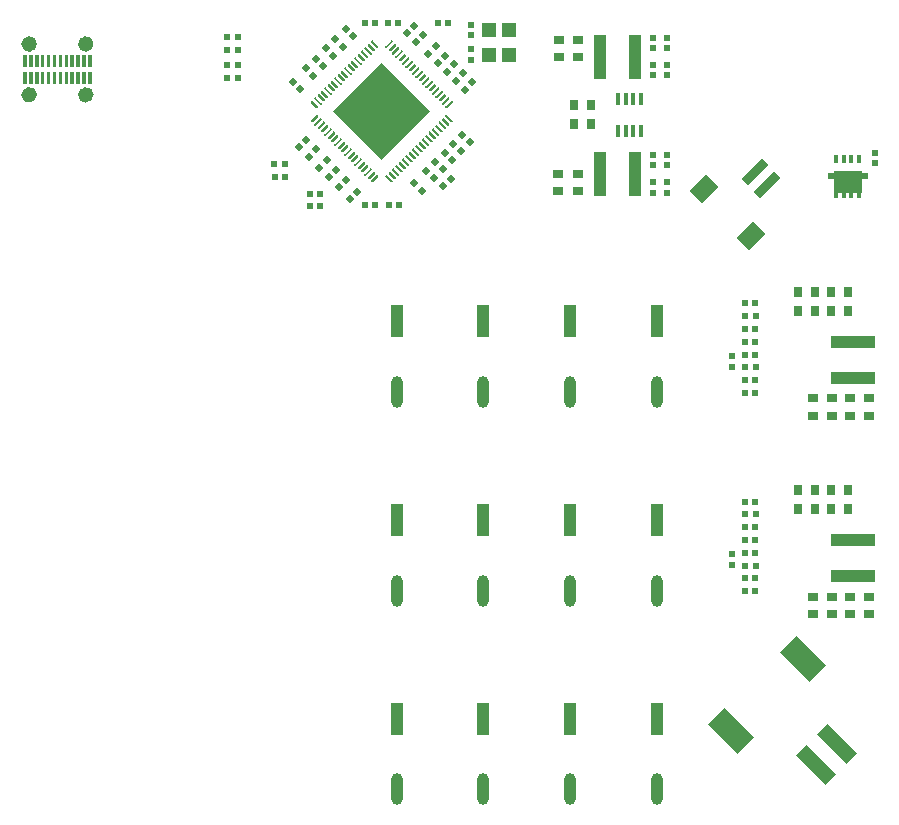
<source format=gbp>
G04*
G04 #@! TF.GenerationSoftware,Altium Limited,Altium Designer,24.0.1 (36)*
G04*
G04 Layer_Color=128*
%FSLAX44Y44*%
%MOMM*%
G71*
G04*
G04 #@! TF.SameCoordinates,2863EE23-0FE7-43ED-B731-855E9A245776*
G04*
G04*
G04 #@! TF.FilePolarity,Positive*
G04*
G01*
G75*
%ADD19R,0.5000X0.5000*%
%ADD20R,0.5000X0.5000*%
%ADD28R,1.2000X1.3000*%
%ADD29R,0.7500X0.8500*%
G04:AMPARAMS|DCode=82|XSize=2mm|YSize=3.5mm|CornerRadius=0mm|HoleSize=0mm|Usage=FLASHONLY|Rotation=45.000|XOffset=0mm|YOffset=0mm|HoleType=Round|Shape=Rectangle|*
%AMROTATEDRECTD82*
4,1,4,0.5303,-1.9446,-1.9446,0.5303,-0.5303,1.9446,1.9446,-0.5303,0.5303,-1.9446,0.0*
%
%ADD82ROTATEDRECTD82*%

G04:AMPARAMS|DCode=83|XSize=1.2mm|YSize=3.5mm|CornerRadius=0mm|HoleSize=0mm|Usage=FLASHONLY|Rotation=45.000|XOffset=0mm|YOffset=0mm|HoleType=Round|Shape=Rectangle|*
%AMROTATEDRECTD83*
4,1,4,0.8132,-1.6617,-1.6617,0.8132,-0.8132,1.6617,1.6617,-0.8132,0.8132,-1.6617,0.0*
%
%ADD83ROTATEDRECTD83*%

%ADD84R,0.8500X0.7500*%
%ADD85R,1.0000X2.7000*%
%ADD86O,1.0000X2.7000*%
%ADD87R,0.4200X0.6600*%
%ADD88R,3.7000X1.1000*%
G04:AMPARAMS|DCode=89|XSize=0.8mm|YSize=2.5mm|CornerRadius=0mm|HoleSize=0mm|Usage=FLASHONLY|Rotation=315.000|XOffset=0mm|YOffset=0mm|HoleType=Round|Shape=Rectangle|*
%AMROTATEDRECTD89*
4,1,4,-1.1667,-0.6010,0.6010,1.1667,1.1667,0.6010,-0.6010,-1.1667,-1.1667,-0.6010,0.0*
%
%ADD89ROTATEDRECTD89*%

G04:AMPARAMS|DCode=90|XSize=1.95mm|YSize=1.5mm|CornerRadius=0mm|HoleSize=0mm|Usage=FLASHONLY|Rotation=225.000|XOffset=0mm|YOffset=0mm|HoleType=Round|Shape=Rectangle|*
%AMROTATEDRECTD90*
4,1,4,0.1591,1.2198,1.2198,0.1591,-0.1591,-1.2198,-1.2198,-0.1591,0.1591,1.2198,0.0*
%
%ADD90ROTATEDRECTD90*%

%ADD91R,1.1000X3.7000*%
%ADD92P,0.7071X4X270.0*%
%ADD93P,0.7071X4X180.0*%
%ADD94R,0.4318X0.9779*%
%ADD95R,2.3700X1.8300*%
%ADD96R,3.4600X0.5700*%
%ADD118C,0.6500*%
G36*
X360674Y652289D02*
Y651460D01*
X360381Y651167D01*
X356138Y646925D01*
X355845Y646632D01*
X355017Y646632D01*
X354431Y647217D01*
Y648046D01*
X354724Y648339D01*
X358967Y652581D01*
X359260Y652874D01*
X360088Y652874D01*
X360674Y652289D01*
D02*
G37*
G36*
X344105Y652581D02*
X348348Y648339D01*
X348640Y648046D01*
Y647217D01*
X348055Y646632D01*
X347226Y646632D01*
X346933Y646925D01*
X342691Y651167D01*
X342398Y651460D01*
Y652289D01*
X342984Y652874D01*
X343812Y652874D01*
X344105Y652581D01*
D02*
G37*
G36*
X363494Y649469D02*
Y648640D01*
X363201Y648347D01*
X358958Y644105D01*
X358665Y643812D01*
X357837D01*
X357251Y644398D01*
Y645226D01*
X357544Y645519D01*
X361787Y649762D01*
X362080Y650055D01*
X362908Y650055D01*
X363494Y649469D01*
D02*
G37*
G36*
X341285Y649762D02*
X345528Y645519D01*
X345821Y645226D01*
Y644398D01*
X345235Y643812D01*
X344406D01*
X344114Y644105D01*
X339871Y648347D01*
X339578Y648640D01*
Y649469D01*
X340164Y650055D01*
X340992Y650055D01*
X341285Y649762D01*
D02*
G37*
G36*
X366331Y646631D02*
Y645803D01*
X366039Y645510D01*
X361796Y641267D01*
X361503Y640974D01*
X360675D01*
X360089Y641560D01*
Y642388D01*
X360382Y642681D01*
X364624Y646924D01*
X364917Y647217D01*
X365746D01*
X366331Y646631D01*
D02*
G37*
G36*
X338447Y646924D02*
X342690Y642681D01*
X342983Y642388D01*
Y641560D01*
X342397Y640974D01*
X341569D01*
X341276Y641267D01*
X337033Y645510D01*
X336740Y645803D01*
Y646631D01*
X337326Y647217D01*
X338154Y647217D01*
X338447Y646924D01*
D02*
G37*
G36*
X369151Y643811D02*
Y642983D01*
X368858Y642690D01*
X364616Y638447D01*
X364323Y638154D01*
X363494Y638154D01*
X362909Y638740D01*
X362909Y639569D01*
X363201Y639861D01*
X367444Y644104D01*
X367737Y644397D01*
X368565D01*
X369151Y643811D01*
D02*
G37*
G36*
X335628Y644104D02*
X339870Y639861D01*
X340163Y639569D01*
Y638740D01*
X339577Y638154D01*
X338749Y638154D01*
X338456Y638447D01*
X334213Y642690D01*
X333920Y642983D01*
Y643811D01*
X334506Y644397D01*
X335335D01*
X335628Y644104D01*
D02*
G37*
G36*
X371989Y640974D02*
Y640145D01*
X371696Y639852D01*
X367453Y635610D01*
X367161Y635317D01*
X366332Y635317D01*
X365746Y635902D01*
Y636731D01*
X366039Y637024D01*
X370282Y641266D01*
X370575Y641559D01*
X371403D01*
X371989Y640974D01*
D02*
G37*
G36*
X332790Y641266D02*
X337032Y637024D01*
X337325Y636731D01*
Y635902D01*
X336740Y635317D01*
X335911Y635317D01*
X335618Y635610D01*
X331376Y639852D01*
X331083Y640145D01*
Y640974D01*
X331668Y641559D01*
X332497D01*
X332790Y641266D01*
D02*
G37*
G36*
X374809Y638154D02*
Y637325D01*
X374516Y637032D01*
X370273Y632790D01*
X369980Y632497D01*
X369152Y632497D01*
X368566Y633083D01*
Y633911D01*
X368859Y634204D01*
X373102Y638447D01*
X373395Y638739D01*
X374223Y638740D01*
X374809Y638154D01*
D02*
G37*
G36*
X329970Y638447D02*
X334213Y634204D01*
X334506Y633911D01*
Y633083D01*
X333920Y632497D01*
X333091Y632497D01*
X332798Y632790D01*
X328556Y637032D01*
X328263Y637325D01*
Y638154D01*
X328849Y638739D01*
X329677Y638740D01*
X329970Y638447D01*
D02*
G37*
G36*
X105962Y630597D02*
X102963D01*
Y640597D01*
X105962D01*
Y630597D01*
D02*
G37*
G36*
X100961D02*
X97961D01*
Y640597D01*
X100961D01*
Y630597D01*
D02*
G37*
G36*
X95962D02*
X92963D01*
Y640597D01*
X95962D01*
Y630597D01*
D02*
G37*
G36*
X90961D02*
X87961D01*
Y640597D01*
X90961D01*
Y630597D01*
D02*
G37*
G36*
X85962D02*
X82963D01*
Y640597D01*
X85962D01*
Y630597D01*
D02*
G37*
G36*
X80961D02*
X77961D01*
Y640597D01*
X80961D01*
Y630597D01*
D02*
G37*
G36*
X75963D02*
X72962D01*
Y640597D01*
X75963D01*
Y630597D01*
D02*
G37*
G36*
X70961D02*
X67961D01*
Y640597D01*
X70961D01*
Y630597D01*
D02*
G37*
G36*
X65963D02*
X62962D01*
Y640597D01*
X65963D01*
Y630597D01*
D02*
G37*
G36*
X60961D02*
X57961D01*
Y640597D01*
X60961D01*
Y630597D01*
D02*
G37*
G36*
X55963D02*
X52963D01*
Y640597D01*
X55963D01*
Y630597D01*
D02*
G37*
G36*
X50961D02*
X47961D01*
Y640597D01*
X50961D01*
Y630597D01*
D02*
G37*
G36*
X377647Y635316D02*
Y634487D01*
X377354Y634195D01*
X373111Y629952D01*
X372818Y629659D01*
X371990Y629659D01*
X371404Y630245D01*
Y631073D01*
X371697Y631366D01*
X375939Y635609D01*
X376232Y635902D01*
X377061Y635902D01*
X377647Y635316D01*
D02*
G37*
G36*
X327132Y635609D02*
X331375Y631366D01*
X331668Y631073D01*
Y630245D01*
X331082Y629659D01*
X330253Y629659D01*
X329961Y629952D01*
X325718Y634195D01*
X325425Y634487D01*
Y635316D01*
X326011Y635902D01*
X326839Y635902D01*
X327132Y635609D01*
D02*
G37*
G36*
X380466Y632496D02*
Y631668D01*
X380173Y631375D01*
X375931Y627132D01*
X375638Y626839D01*
X374809D01*
X374224Y627425D01*
Y628254D01*
X374517Y628546D01*
X378759Y632789D01*
X379052Y633082D01*
X379881Y633082D01*
X380466Y632496D01*
D02*
G37*
G36*
X324312Y632789D02*
X328555Y628546D01*
X328848Y628254D01*
Y627425D01*
X328262Y626839D01*
X327434D01*
X327141Y627132D01*
X322898Y631375D01*
X322605Y631668D01*
X322605Y632496D01*
X323191Y633082D01*
X324020Y633082D01*
X324312Y632789D01*
D02*
G37*
G36*
X383304Y629658D02*
Y628830D01*
X383011Y628537D01*
X378769Y624294D01*
X378476Y624002D01*
X377647D01*
X377062Y624587D01*
Y625416D01*
X377354Y625709D01*
X381597Y629951D01*
X381890Y630244D01*
X382718Y630244D01*
X383304Y629658D01*
D02*
G37*
G36*
X321475Y629951D02*
X325717Y625709D01*
X326010Y625416D01*
Y624587D01*
X325424Y624002D01*
X324596D01*
X324303Y624294D01*
X320060Y628537D01*
X319767Y628830D01*
Y629658D01*
X320353Y630244D01*
X321182D01*
X321475Y629951D01*
D02*
G37*
G36*
X318655Y627131D02*
X322897Y622889D01*
X323190Y622596D01*
Y621768D01*
X322604Y621182D01*
X321776Y621182D01*
X321483Y621475D01*
X317241Y625717D01*
X316948Y626010D01*
Y626838D01*
X317533Y627424D01*
X318362D01*
X318655Y627131D01*
D02*
G37*
G36*
X386124Y626838D02*
Y626010D01*
X385831Y625717D01*
X381588Y621475D01*
X381296Y621182D01*
X380467Y621182D01*
X379881Y621768D01*
Y622596D01*
X380174Y622889D01*
X384417Y627131D01*
X384710Y627424D01*
X385538D01*
X386124Y626838D01*
D02*
G37*
G36*
X388944Y624019D02*
Y623190D01*
X388651Y622897D01*
X384408Y618655D01*
X384115Y618362D01*
X383287Y618362D01*
X382701Y618948D01*
Y619776D01*
X382994Y620069D01*
X387237Y624312D01*
X387530Y624604D01*
X388358Y624604D01*
X388944Y624019D01*
D02*
G37*
G36*
X315835Y624312D02*
X320078Y620069D01*
X320370Y619776D01*
Y618948D01*
X319785Y618362D01*
X318956Y618362D01*
X318663Y618655D01*
X314421Y622897D01*
X314128Y623190D01*
Y624019D01*
X314714Y624604D01*
X315542Y624604D01*
X315835Y624312D01*
D02*
G37*
G36*
X105961Y616197D02*
X102961D01*
Y626197D01*
X105961D01*
Y616197D01*
D02*
G37*
G36*
X100961D02*
X97961D01*
Y626197D01*
X100961D01*
Y616197D01*
D02*
G37*
G36*
X95963D02*
X92963D01*
Y626197D01*
X95963D01*
Y616197D01*
D02*
G37*
G36*
X90962D02*
X87962D01*
Y626197D01*
X90962D01*
Y616197D01*
D02*
G37*
G36*
X85963D02*
X82963D01*
Y626197D01*
X85963D01*
Y616197D01*
D02*
G37*
G36*
X80963D02*
X77963D01*
Y626197D01*
X80963D01*
Y616197D01*
D02*
G37*
G36*
X75963D02*
X72963D01*
Y626197D01*
X75963D01*
Y616197D01*
D02*
G37*
G36*
X70961D02*
X67962D01*
Y626197D01*
X70961D01*
Y616197D01*
D02*
G37*
G36*
X65963D02*
X62963D01*
Y626197D01*
X65963D01*
Y616197D01*
D02*
G37*
G36*
X60961D02*
X57962D01*
Y626197D01*
X60961D01*
Y616197D01*
D02*
G37*
G36*
X55963D02*
X52963D01*
Y626197D01*
X55963D01*
Y616197D01*
D02*
G37*
G36*
X50961D02*
X47962D01*
Y626197D01*
X50961D01*
Y616197D01*
D02*
G37*
G36*
X391782Y621181D02*
Y620353D01*
X391489Y620060D01*
X387246Y615817D01*
X386953Y615524D01*
X386125Y615524D01*
X385539Y616110D01*
Y616938D01*
X385832Y617231D01*
X390074Y621474D01*
X390367Y621767D01*
X391196Y621767D01*
X391782Y621181D01*
D02*
G37*
G36*
X312997Y621474D02*
X317240Y617231D01*
X317533Y616938D01*
Y616110D01*
X316947Y615524D01*
X316119Y615524D01*
X315826Y615817D01*
X311583Y620060D01*
X311290Y620353D01*
Y621181D01*
X311876Y621767D01*
X312704Y621767D01*
X312997Y621474D01*
D02*
G37*
G36*
X394601Y618361D02*
Y617533D01*
X394308Y617240D01*
X390066Y612997D01*
X389773Y612704D01*
X388945D01*
X388359Y613290D01*
Y614118D01*
X388652Y614411D01*
X392894Y618654D01*
X393187Y618947D01*
X394016Y618947D01*
X394601Y618361D01*
D02*
G37*
G36*
X310177Y618654D02*
X314420Y614411D01*
X314713Y614119D01*
Y613290D01*
X314127Y612704D01*
X313299D01*
X313006Y612997D01*
X308763Y617240D01*
X308470Y617533D01*
Y618361D01*
X309056Y618947D01*
X309884Y618947D01*
X310177Y618654D01*
D02*
G37*
G36*
X397439Y615523D02*
Y614695D01*
X397146Y614402D01*
X392904Y610159D01*
X392611Y609867D01*
X391782D01*
X391196Y610452D01*
Y611281D01*
X391489Y611574D01*
X395732Y615816D01*
X396025Y616109D01*
X396853Y616109D01*
X397439Y615523D01*
D02*
G37*
G36*
X307340Y615816D02*
X311582Y611574D01*
X311875Y611281D01*
Y610452D01*
X311289Y609867D01*
X310461D01*
X310168Y610159D01*
X305926Y614402D01*
X305633Y614695D01*
Y615523D01*
X306218Y616109D01*
X307047D01*
X307340Y615816D01*
D02*
G37*
G36*
X304520Y612996D02*
X308762Y608754D01*
X309055Y608461D01*
Y607632D01*
X308470Y607047D01*
X307641Y607047D01*
X307348Y607340D01*
X303106Y611582D01*
X302813Y611875D01*
Y612704D01*
X303399Y613289D01*
X304227D01*
X304520Y612996D01*
D02*
G37*
G36*
X400259Y612704D02*
Y611875D01*
X399966Y611582D01*
X395723Y607340D01*
X395430Y607047D01*
X394602Y607047D01*
X394016Y607633D01*
Y608461D01*
X394309Y608754D01*
X398552Y612996D01*
X398845Y613289D01*
X399673D01*
X400259Y612704D01*
D02*
G37*
G36*
X403097Y609866D02*
Y609037D01*
X402804Y608745D01*
X398561Y604502D01*
X398268Y604209D01*
X397440Y604209D01*
X396854Y604795D01*
Y605623D01*
X397147Y605916D01*
X401390Y610159D01*
X401682Y610452D01*
X402511D01*
X403097Y609866D01*
D02*
G37*
G36*
X301682Y610159D02*
X305925Y605916D01*
X306218Y605623D01*
Y604795D01*
X305632Y604209D01*
X304803Y604209D01*
X304510Y604502D01*
X300268Y608745D01*
X299975Y609037D01*
Y609866D01*
X300561Y610452D01*
X301389D01*
X301682Y610159D01*
D02*
G37*
G36*
X405916Y607046D02*
Y606218D01*
X405624Y605925D01*
X401381Y601682D01*
X401088Y601389D01*
X400260Y601389D01*
X399674Y601975D01*
Y602803D01*
X399967Y603096D01*
X404209Y607339D01*
X404502Y607632D01*
X405331Y607632D01*
X405916Y607046D01*
D02*
G37*
G36*
X298862Y607339D02*
X303105Y603096D01*
X303398Y602803D01*
Y601975D01*
X302812Y601389D01*
X301984Y601389D01*
X301691Y601682D01*
X297448Y605925D01*
X297155Y606218D01*
Y607046D01*
X297741Y607632D01*
X298569Y607632D01*
X298862Y607339D01*
D02*
G37*
G36*
X408754Y604208D02*
Y603380D01*
X408461Y603087D01*
X404219Y598844D01*
X403926Y598551D01*
X403097Y598551D01*
X402512Y599137D01*
Y599966D01*
X402804Y600259D01*
X407047Y604501D01*
X407340Y604794D01*
X408168Y604794D01*
X408754Y604208D01*
D02*
G37*
G36*
X296025Y604501D02*
X300267Y600259D01*
X300560Y599966D01*
Y599137D01*
X299974Y598551D01*
X299146Y598551D01*
X298853Y598844D01*
X294610Y603087D01*
X294317Y603380D01*
Y604208D01*
X294903Y604794D01*
X295732Y604794D01*
X296025Y604501D01*
D02*
G37*
G36*
X411574Y601389D02*
Y600560D01*
X411281Y600267D01*
X407038Y596025D01*
X406746Y595732D01*
X405917D01*
X405331Y596317D01*
Y597146D01*
X405624Y597439D01*
X409867Y601681D01*
X410160Y601974D01*
X410988Y601974D01*
X411574Y601389D01*
D02*
G37*
G36*
X293205Y601681D02*
X297447Y597439D01*
X297740Y597146D01*
Y596317D01*
X297155Y595732D01*
X296326D01*
X296033Y596025D01*
X291791Y600267D01*
X291498Y600560D01*
Y601389D01*
X292083Y601974D01*
X292912D01*
X293205Y601681D01*
D02*
G37*
G36*
X407038Y589648D02*
X411281Y585405D01*
X411574Y585112D01*
Y584284D01*
X410988Y583698D01*
X410160Y583698D01*
X409867Y583991D01*
X405624Y588234D01*
X405331Y588526D01*
Y589355D01*
X405917Y589941D01*
X406746D01*
X407038Y589648D01*
D02*
G37*
G36*
X297740Y589355D02*
Y588526D01*
X297447Y588234D01*
X293205Y583991D01*
X292912Y583698D01*
X292083Y583698D01*
X291498Y584284D01*
X291498Y585112D01*
X291791Y585405D01*
X296033Y589648D01*
X296326Y589941D01*
X297155D01*
X297740Y589355D01*
D02*
G37*
G36*
X404219Y586828D02*
X408461Y582585D01*
X408754Y582293D01*
Y581464D01*
X408168Y580878D01*
X407340D01*
X407047Y581171D01*
X402804Y585414D01*
X402512Y585707D01*
X402512Y586535D01*
X403097Y587121D01*
X403926Y587121D01*
X404219Y586828D01*
D02*
G37*
G36*
X300560Y586535D02*
Y585707D01*
X300267Y585414D01*
X296025Y581171D01*
X295732Y580878D01*
X294903D01*
X294317Y581464D01*
Y582293D01*
X294610Y582585D01*
X298853Y586828D01*
X299146Y587121D01*
X299974Y587121D01*
X300560Y586535D01*
D02*
G37*
G36*
X401381Y583990D02*
X405624Y579748D01*
X405916Y579455D01*
Y578626D01*
X405331Y578041D01*
X404502Y578041D01*
X404209Y578333D01*
X399967Y582576D01*
X399674Y582869D01*
Y583697D01*
X400260Y584283D01*
X401088Y584283D01*
X401381Y583990D01*
D02*
G37*
G36*
X303398Y583697D02*
Y582869D01*
X303105Y582576D01*
X298862Y578333D01*
X298570Y578041D01*
X297741Y578041D01*
X297155Y578626D01*
Y579455D01*
X297448Y579748D01*
X301691Y583990D01*
X301984Y584283D01*
X302812Y584283D01*
X303398Y583697D01*
D02*
G37*
G36*
X398561Y581171D02*
X402804Y576928D01*
X403097Y576635D01*
Y575807D01*
X402511Y575221D01*
X401682Y575221D01*
X401390Y575514D01*
X397147Y579756D01*
X396854Y580049D01*
X396854Y580878D01*
X397440Y581463D01*
X398268Y581463D01*
X398561Y581171D01*
D02*
G37*
G36*
X306218Y580878D02*
Y580049D01*
X305925Y579756D01*
X301682Y575514D01*
X301389Y575221D01*
X300561D01*
X299975Y575807D01*
Y576635D01*
X300268Y576928D01*
X304510Y581171D01*
X304803Y581463D01*
X305632D01*
X306218Y580878D01*
D02*
G37*
G36*
X395723Y578333D02*
X399966Y574090D01*
X400259Y573797D01*
Y572969D01*
X399673Y572383D01*
X398845Y572383D01*
X398552Y572676D01*
X394309Y576918D01*
X394016Y577211D01*
Y578040D01*
X394602Y578626D01*
X395430Y578626D01*
X395723Y578333D01*
D02*
G37*
G36*
X309055Y578040D02*
Y577211D01*
X308762Y576918D01*
X304520Y572676D01*
X304227Y572383D01*
X303399Y572383D01*
X302813Y572969D01*
X302813Y573797D01*
X303106Y574090D01*
X307348Y578333D01*
X307641Y578626D01*
X308470Y578626D01*
X309055Y578040D01*
D02*
G37*
G36*
X392904Y575513D02*
X397146Y571270D01*
X397439Y570977D01*
Y570149D01*
X396853Y569563D01*
X396025Y569563D01*
X395732Y569856D01*
X391489Y574099D01*
X391196Y574392D01*
Y575220D01*
X391782Y575806D01*
X392611D01*
X392904Y575513D01*
D02*
G37*
G36*
X311875Y575220D02*
Y574392D01*
X311582Y574099D01*
X307340Y569856D01*
X307047Y569563D01*
X306218Y569563D01*
X305633Y570149D01*
Y570977D01*
X305926Y571270D01*
X310168Y575513D01*
X310461Y575806D01*
X311289D01*
X311875Y575220D01*
D02*
G37*
G36*
X390066Y572675D02*
X394308Y568433D01*
X394601Y568140D01*
Y567311D01*
X394016Y566725D01*
X393187Y566725D01*
X392894Y567018D01*
X388652Y571261D01*
X388359Y571554D01*
Y572382D01*
X388945Y572968D01*
X389773Y572968D01*
X390066Y572675D01*
D02*
G37*
G36*
X314713Y572382D02*
Y571554D01*
X314420Y571261D01*
X310177Y567018D01*
X309884Y566725D01*
X309056Y566725D01*
X308470Y567311D01*
Y568140D01*
X308763Y568433D01*
X313006Y572675D01*
X313299Y572968D01*
X314127Y572968D01*
X314713Y572382D01*
D02*
G37*
G36*
X387246Y569855D02*
X391489Y565613D01*
X391782Y565320D01*
Y564491D01*
X391196Y563906D01*
X390367D01*
X390074Y564198D01*
X385832Y568441D01*
X385539Y568734D01*
X385539Y569562D01*
X386125Y570148D01*
X386953Y570148D01*
X387246Y569855D01*
D02*
G37*
G36*
X317533Y569562D02*
Y568734D01*
X317240Y568441D01*
X312997Y564198D01*
X312704Y563906D01*
X311876Y563906D01*
X311290Y564491D01*
Y565320D01*
X311583Y565613D01*
X315826Y569855D01*
X316119Y570148D01*
X316947Y570148D01*
X317533Y569562D01*
D02*
G37*
G36*
X384408Y567018D02*
X388651Y562775D01*
X388944Y562482D01*
Y561654D01*
X388358Y561068D01*
X387530D01*
X387237Y561361D01*
X382994Y565603D01*
X382701Y565896D01*
X382701Y566725D01*
X383287Y567310D01*
X384115Y567310D01*
X384408Y567018D01*
D02*
G37*
G36*
X320370Y566725D02*
Y565896D01*
X320078Y565603D01*
X315835Y561361D01*
X315542Y561068D01*
X314714D01*
X314128Y561654D01*
Y562482D01*
X314421Y562775D01*
X318663Y567018D01*
X318956Y567310D01*
X319785Y567310D01*
X320370Y566725D01*
D02*
G37*
G36*
X381588Y564198D02*
X385831Y559955D01*
X386124Y559662D01*
Y558834D01*
X385538Y558248D01*
X384710Y558248D01*
X384417Y558541D01*
X380174Y562784D01*
X379881Y563077D01*
Y563905D01*
X380467Y564491D01*
X381296Y564491D01*
X381588Y564198D01*
D02*
G37*
G36*
X323190Y563905D02*
Y563077D01*
X322897Y562784D01*
X318655Y558541D01*
X318362Y558248D01*
X317533Y558248D01*
X316948Y558834D01*
X316948Y559662D01*
X317241Y559955D01*
X321483Y564198D01*
X321776Y564491D01*
X322604Y564491D01*
X323190Y563905D01*
D02*
G37*
G36*
X378769Y561378D02*
X383011Y557135D01*
X383304Y556842D01*
Y556014D01*
X382718Y555428D01*
X381890Y555428D01*
X381597Y555721D01*
X377354Y559964D01*
X377062Y560257D01*
Y561085D01*
X377647Y561671D01*
X378476D01*
X378769Y561378D01*
D02*
G37*
G36*
X326010Y561085D02*
Y560257D01*
X325717Y559964D01*
X321475Y555721D01*
X321182Y555428D01*
X320353Y555428D01*
X319767Y556014D01*
Y556842D01*
X320060Y557135D01*
X324303Y561378D01*
X324596Y561671D01*
X325424D01*
X326010Y561085D01*
D02*
G37*
G36*
X375931Y558540D02*
X380173Y554298D01*
X380466Y554005D01*
Y553176D01*
X379881Y552590D01*
X379052Y552590D01*
X378759Y552883D01*
X374517Y557126D01*
X374224Y557419D01*
Y558247D01*
X374809Y558833D01*
X375638Y558833D01*
X375931Y558540D01*
D02*
G37*
G36*
X328848Y558247D02*
Y557419D01*
X328555Y557126D01*
X324312Y552883D01*
X324020Y552590D01*
X323191Y552590D01*
X322605Y553176D01*
X322605Y554005D01*
X322898Y554298D01*
X327141Y558540D01*
X327434Y558833D01*
X328262Y558833D01*
X328848Y558247D01*
D02*
G37*
G36*
X392548Y592836D02*
X351536Y551824D01*
X310524Y592836D01*
X351536Y633848D01*
X392548Y592836D01*
D02*
G37*
G36*
X373111Y555720D02*
X377354Y551478D01*
X377647Y551185D01*
Y550356D01*
X377061Y549771D01*
X376232D01*
X375939Y550064D01*
X371697Y554306D01*
X371404Y554599D01*
X371404Y555428D01*
X371990Y556013D01*
X372818Y556013D01*
X373111Y555720D01*
D02*
G37*
G36*
X331668Y555428D02*
Y554599D01*
X331375Y554306D01*
X327132Y550064D01*
X326839Y549771D01*
X326011Y549771D01*
X325425Y550356D01*
Y551185D01*
X325718Y551478D01*
X329961Y555720D01*
X330253Y556013D01*
X331082Y556013D01*
X331668Y555428D01*
D02*
G37*
G36*
X370273Y552883D02*
X374516Y548640D01*
X374809Y548347D01*
Y547519D01*
X374223Y546933D01*
X373395D01*
X373102Y547226D01*
X368859Y551469D01*
X368566Y551761D01*
Y552590D01*
X369152Y553176D01*
X369980Y553176D01*
X370273Y552883D01*
D02*
G37*
G36*
X334506Y552590D02*
Y551761D01*
X334213Y551469D01*
X329970Y547226D01*
X329677Y546933D01*
X328849D01*
X328263Y547519D01*
Y548347D01*
X328556Y548640D01*
X332798Y552883D01*
X333091Y553176D01*
X333920Y553176D01*
X334506Y552590D01*
D02*
G37*
G36*
X367453Y550063D02*
X371696Y545820D01*
X371989Y545527D01*
Y544699D01*
X371403Y544113D01*
X370575D01*
X370282Y544406D01*
X366039Y548649D01*
X365746Y548942D01*
Y549770D01*
X366332Y550356D01*
X367161Y550356D01*
X367453Y550063D01*
D02*
G37*
G36*
X337325Y549770D02*
Y548941D01*
X337032Y548649D01*
X332790Y544406D01*
X332497Y544113D01*
X331668D01*
X331083Y544699D01*
Y545527D01*
X331376Y545820D01*
X335618Y550063D01*
X335911Y550356D01*
X336740D01*
X337325Y549770D01*
D02*
G37*
G36*
X364616Y547225D02*
X368858Y542982D01*
X369151Y542690D01*
Y541861D01*
X368565Y541275D01*
X367737Y541275D01*
X367444Y541568D01*
X363201Y545811D01*
X362909Y546104D01*
Y546932D01*
X363494Y547518D01*
X364323D01*
X364616Y547225D01*
D02*
G37*
G36*
X340163Y546932D02*
Y546104D01*
X339870Y545811D01*
X335628Y541568D01*
X335335Y541275D01*
X334506Y541275D01*
X333920Y541861D01*
Y542690D01*
X334213Y542982D01*
X338456Y547225D01*
X338749Y547518D01*
X339577D01*
X340163Y546932D01*
D02*
G37*
G36*
X361796Y544405D02*
X366039Y540163D01*
X366331Y539870D01*
Y539041D01*
X365746Y538456D01*
X364917Y538456D01*
X364624Y538749D01*
X360382Y542991D01*
X360089Y543284D01*
Y544112D01*
X360675Y544698D01*
X361503D01*
X361796Y544405D01*
D02*
G37*
G36*
X342983Y544112D02*
Y543284D01*
X342690Y542991D01*
X338447Y538749D01*
X338154Y538456D01*
X337326Y538456D01*
X336740Y539041D01*
X336740Y539870D01*
X337033Y540163D01*
X341276Y544405D01*
X341569Y544698D01*
X342397D01*
X342983Y544112D01*
D02*
G37*
G36*
X358958Y541567D02*
X363201Y537325D01*
X363494Y537032D01*
Y536204D01*
X362908Y535618D01*
X362080D01*
X361787Y535911D01*
X357544Y540153D01*
X357251Y540446D01*
Y541275D01*
X357837Y541860D01*
X358665Y541861D01*
X358958Y541567D01*
D02*
G37*
G36*
X345821Y541275D02*
Y540446D01*
X345528Y540153D01*
X341285Y535911D01*
X340992Y535618D01*
X340164D01*
X339578Y536204D01*
Y537032D01*
X339871Y537325D01*
X344114Y541567D01*
X344406Y541860D01*
X345235Y541861D01*
X345821Y541275D01*
D02*
G37*
G36*
X356138Y538748D02*
X360381Y534505D01*
X360674Y534212D01*
Y533384D01*
X360088Y532798D01*
X359260Y532798D01*
X358967Y533091D01*
X354724Y537333D01*
X354431Y537626D01*
Y538455D01*
X355017Y539041D01*
X355845Y539041D01*
X356138Y538748D01*
D02*
G37*
G36*
X348640Y538455D02*
Y537626D01*
X348348Y537333D01*
X344105Y533091D01*
X343812Y532798D01*
X342984Y532798D01*
X342398Y533384D01*
X342398Y534212D01*
X342691Y534505D01*
X346933Y538748D01*
X347226Y539041D01*
X348055Y539041D01*
X348640Y538455D01*
D02*
G37*
D19*
X648477Y217950D02*
D03*
Y208950D02*
D03*
X769366Y548962D02*
D03*
Y557462D02*
D03*
X593090Y556070D02*
D03*
Y547570D02*
D03*
X592836Y623384D02*
D03*
Y631884D02*
D03*
X593344Y524138D02*
D03*
Y532638D02*
D03*
X581406D02*
D03*
Y524138D02*
D03*
X581152Y547506D02*
D03*
Y556006D02*
D03*
X427482Y645596D02*
D03*
Y636596D02*
D03*
Y666170D02*
D03*
Y657170D02*
D03*
X592836Y655252D02*
D03*
X581406D02*
D03*
X648462Y376754D02*
D03*
X581152Y631816D02*
D03*
X592836Y646752D02*
D03*
X648462Y385754D02*
D03*
X581152Y623316D02*
D03*
X581406Y646752D02*
D03*
D20*
X667713Y229924D02*
D03*
X659213D02*
D03*
X667713Y262472D02*
D03*
X659213D02*
D03*
X667713Y219074D02*
D03*
X659213D02*
D03*
X659277Y240773D02*
D03*
X667777D02*
D03*
X220798Y644906D02*
D03*
Y655574D02*
D03*
X220544Y621030D02*
D03*
Y631698D02*
D03*
X260748Y537210D02*
D03*
X260676Y548132D02*
D03*
X290648Y512318D02*
D03*
X290576Y523240D02*
D03*
X229798Y655574D02*
D03*
Y644906D02*
D03*
X229544Y631698D02*
D03*
Y621030D02*
D03*
X269676Y548132D02*
D03*
X269748Y537210D02*
D03*
X299576Y523240D02*
D03*
X299648Y512318D02*
D03*
X346202Y513588D02*
D03*
X337702D02*
D03*
X659198Y365179D02*
D03*
Y430276D02*
D03*
Y397728D02*
D03*
X659213Y197376D02*
D03*
X658980Y376029D02*
D03*
X658995Y208225D02*
D03*
X407856Y667766D02*
D03*
X365878Y513588D02*
D03*
X357378D02*
D03*
X337448Y667766D02*
D03*
X345948D02*
D03*
X357192D02*
D03*
X365692D02*
D03*
X667762Y408577D02*
D03*
X659262D02*
D03*
X659198Y386878D02*
D03*
X667698D02*
D03*
X667713Y197376D02*
D03*
X667698Y365179D02*
D03*
Y430276D02*
D03*
X659213Y186526D02*
D03*
X667713D02*
D03*
X667698Y397728D02*
D03*
X659198Y354330D02*
D03*
X667698D02*
D03*
X667995Y208225D02*
D03*
X658980Y419426D02*
D03*
X667980D02*
D03*
X658995Y251623D02*
D03*
X667995D02*
D03*
X667980Y376029D02*
D03*
X399356Y667766D02*
D03*
D28*
X458946Y661876D02*
D03*
Y640876D02*
D03*
X441946D02*
D03*
Y661876D02*
D03*
D29*
X732006Y439674D02*
D03*
X746506D02*
D03*
X732006Y424180D02*
D03*
X746506D02*
D03*
X718058D02*
D03*
X703558D02*
D03*
X746521Y256376D02*
D03*
X732021D02*
D03*
Y271870D02*
D03*
X746521D02*
D03*
X718073D02*
D03*
X703573D02*
D03*
Y256376D02*
D03*
X718073D02*
D03*
X529082Y581914D02*
D03*
X514582D02*
D03*
X529082Y597916D02*
D03*
X514582D02*
D03*
X703558Y439674D02*
D03*
X718058D02*
D03*
D82*
X708306Y129111D02*
D03*
X647113Y67918D02*
D03*
D83*
X736972Y56930D02*
D03*
X719294Y39252D02*
D03*
D84*
X732636Y181954D02*
D03*
Y167454D02*
D03*
X763778Y349758D02*
D03*
Y335258D02*
D03*
X717042Y349758D02*
D03*
Y335258D02*
D03*
X732621Y349758D02*
D03*
Y335258D02*
D03*
X763793Y181954D02*
D03*
Y167454D02*
D03*
X517906Y638926D02*
D03*
Y653426D02*
D03*
X500888Y525642D02*
D03*
Y540142D02*
D03*
X501396Y653426D02*
D03*
Y638926D02*
D03*
X517652Y525642D02*
D03*
X748199Y335258D02*
D03*
X748215Y167454D02*
D03*
X717057D02*
D03*
X517652Y540142D02*
D03*
X717057Y181954D02*
D03*
X748215D02*
D03*
X748199Y349758D02*
D03*
D85*
X584200Y415572D02*
D03*
Y246916D02*
D03*
X510879D02*
D03*
X437557D02*
D03*
X364236D02*
D03*
X584200Y78768D02*
D03*
X510879D02*
D03*
X364236D02*
D03*
X437557D02*
D03*
X510879Y415572D02*
D03*
X437557D02*
D03*
X364236D02*
D03*
D86*
X584200Y355572D02*
D03*
Y186916D02*
D03*
X510879D02*
D03*
X437557D02*
D03*
X364236D02*
D03*
X584200Y18768D02*
D03*
X510879D02*
D03*
X364236D02*
D03*
X437557D02*
D03*
X510879Y355572D02*
D03*
X437557D02*
D03*
X364236D02*
D03*
D87*
X755748Y522764D02*
D03*
X749248D02*
D03*
X742748D02*
D03*
X736248D02*
D03*
X736248Y552164D02*
D03*
X742748D02*
D03*
X749248D02*
D03*
X755748D02*
D03*
D88*
X750331Y199706D02*
D03*
Y229706D02*
D03*
X750316Y397510D02*
D03*
Y367510D02*
D03*
D89*
X678085Y530573D02*
D03*
X667478Y541179D02*
D03*
D90*
X664070Y487312D02*
D03*
X624218Y527164D02*
D03*
D91*
X565912Y639064D02*
D03*
X535912D02*
D03*
Y540004D02*
D03*
X565912D02*
D03*
D92*
X378925Y665183D02*
D03*
X372915Y659173D02*
D03*
X405087Y640037D02*
D03*
X399077Y634027D02*
D03*
X428124Y617354D02*
D03*
X421760Y610990D02*
D03*
X397390Y647834D02*
D03*
X391026Y641470D02*
D03*
X289546Y554214D02*
D03*
X410090Y535820D02*
D03*
X420504Y624974D02*
D03*
X281418Y562342D02*
D03*
X314946Y528560D02*
D03*
X298690Y545070D02*
D03*
X412884Y632594D02*
D03*
X306564Y537196D02*
D03*
X287782Y568706D02*
D03*
X321310Y534924D02*
D03*
X414140Y618610D02*
D03*
X406520Y626230D02*
D03*
X312928Y543560D02*
D03*
X305054Y551434D02*
D03*
X295910Y560578D02*
D03*
X386545Y657563D02*
D03*
X380535Y651553D02*
D03*
X330665Y524467D02*
D03*
X324655Y518457D02*
D03*
X403726Y529456D02*
D03*
D93*
X385332Y525512D02*
D03*
X378968Y531876D02*
D03*
X403232Y543934D02*
D03*
X426092Y566794D02*
D03*
X321042Y662954D02*
D03*
X295642Y637554D02*
D03*
X287260Y629172D02*
D03*
X304278Y646190D02*
D03*
X312152Y654064D02*
D03*
X396868Y550298D02*
D03*
X410675Y551731D02*
D03*
X404665Y557741D02*
D03*
X327406Y656590D02*
D03*
X318516Y647700D02*
D03*
X310642Y639826D02*
D03*
X302006Y631190D02*
D03*
X418252Y559394D02*
D03*
X276438Y617896D02*
D03*
X395392Y536534D02*
D03*
X389382Y542544D02*
D03*
X282448Y611886D02*
D03*
X412242Y565404D02*
D03*
X419728Y573158D02*
D03*
X293624Y622808D02*
D03*
D94*
X564590Y603186D02*
D03*
X551590D02*
D03*
X571090Y575882D02*
D03*
X564590D02*
D03*
X558090D02*
D03*
X551590D02*
D03*
X558090Y603186D02*
D03*
X571090D02*
D03*
D95*
X745998Y533314D02*
D03*
D96*
X745998Y537809D02*
D03*
D118*
X104214Y649896D02*
G03*
X104214Y649896I-3251J0D01*
G01*
Y606896D02*
G03*
X104214Y606896I-3251J0D01*
G01*
X56213D02*
G03*
X56213Y606896I-3251J0D01*
G01*
Y649896D02*
G03*
X56213Y649896I-3251J0D01*
G01*
M02*

</source>
